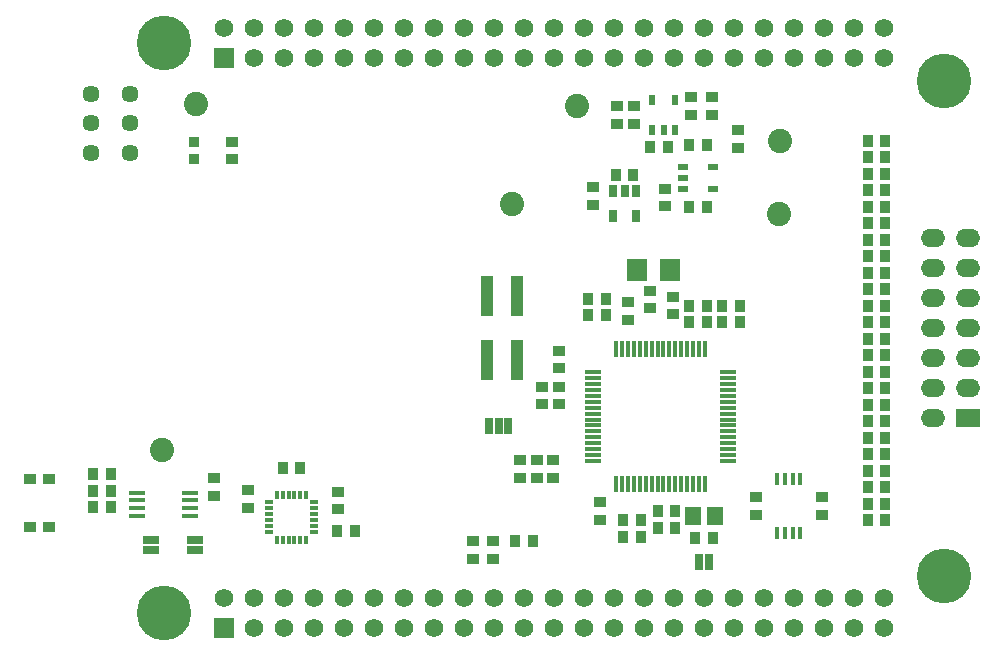
<source format=gts>
G04 (created by PCBNEW (2013-05-31 BZR 4019)-stable) date 6/26/2014 3:48:14 PM*
%MOIN*%
G04 Gerber Fmt 3.4, Leading zero omitted, Abs format*
%FSLAX34Y34*%
G01*
G70*
G90*
G04 APERTURE LIST*
%ADD10C,0.00590551*%
%ADD11R,0.022X0.032*%
%ADD12R,0.032X0.022*%
%ADD13R,0.0413701X0.0374331*%
%ADD14R,0.0532X0.0158*%
%ADD15R,0.0158X0.0532*%
%ADD16R,0.0532X0.061*%
%ADD17C,0.0807*%
%ADD18O,0.0807402X0.0610551*%
%ADD19R,0.0807402X0.0610551*%
%ADD20R,0.0421575X0.137827*%
%ADD21R,0.0118X0.0295*%
%ADD22R,0.0295X0.0118*%
%ADD23R,0.0256X0.0414*%
%ADD24R,0.0414X0.0374*%
%ADD25R,0.0374X0.0414*%
%ADD26R,0.065X0.073*%
%ADD27C,0.182*%
%ADD28R,0.067X0.067*%
%ADD29C,0.062*%
%ADD30R,0.052X0.018*%
%ADD31R,0.027X0.052*%
%ADD32R,0.052X0.027*%
%ADD33C,0.057*%
%ADD34R,0.0334X0.0334*%
%ADD35R,0.0181X0.0422*%
G04 APERTURE END LIST*
G54D10*
G54D11*
X-9675Y-1650D03*
X-8925Y-1650D03*
X-9675Y-650D03*
X-9300Y-1650D03*
X-8925Y-650D03*
G54D12*
X-8650Y-2875D03*
X-8650Y-3625D03*
X-7650Y-2875D03*
X-8650Y-3250D03*
X-7650Y-3625D03*
G54D13*
X-30414Y-14882D03*
X-29785Y-14882D03*
X-30414Y-13267D03*
X-29785Y-13267D03*
G54D14*
X-7136Y-12086D03*
X-7136Y-11889D03*
X-7136Y-11692D03*
X-7136Y-11495D03*
X-7136Y-11298D03*
X-7136Y-12676D03*
X-7136Y-12480D03*
X-7136Y-12283D03*
G54D15*
X-7924Y-8936D03*
X-8120Y-8936D03*
X-8317Y-8936D03*
X-8514Y-8936D03*
X-8711Y-8936D03*
X-8908Y-8936D03*
X-9105Y-8936D03*
X-9302Y-8936D03*
G54D14*
X-11664Y-9724D03*
X-11664Y-9920D03*
X-11664Y-10117D03*
X-11664Y-10314D03*
X-11664Y-10511D03*
X-11664Y-10708D03*
X-11664Y-10905D03*
X-11664Y-11102D03*
G54D15*
X-10876Y-13464D03*
X-10680Y-13464D03*
X-10483Y-13464D03*
X-10286Y-13464D03*
X-10089Y-13464D03*
X-9892Y-13464D03*
X-9695Y-13464D03*
X-9498Y-13464D03*
G54D14*
X-7136Y-11102D03*
X-7136Y-10905D03*
X-7136Y-10708D03*
G54D15*
X-9498Y-8936D03*
X-9695Y-8936D03*
X-9892Y-8936D03*
G54D14*
X-11664Y-11298D03*
X-11664Y-11495D03*
X-11664Y-11692D03*
G54D15*
X-9302Y-13464D03*
X-9105Y-13464D03*
X-8908Y-13464D03*
G54D14*
X-7136Y-10511D03*
X-7136Y-10314D03*
X-7136Y-10117D03*
X-7136Y-9920D03*
X-7136Y-9724D03*
G54D15*
X-10089Y-8936D03*
X-10286Y-8936D03*
X-10483Y-8936D03*
X-10680Y-8936D03*
X-10876Y-8936D03*
G54D14*
X-11664Y-11889D03*
X-11664Y-12086D03*
X-11664Y-12283D03*
X-11664Y-12480D03*
X-11664Y-12676D03*
G54D15*
X-8711Y-13464D03*
X-8514Y-13464D03*
X-8317Y-13464D03*
X-8120Y-13464D03*
X-7924Y-13464D03*
G54D16*
X-7575Y-14500D03*
X-8325Y-14500D03*
G54D17*
X-26025Y-12300D03*
G54D18*
X-333Y-5250D03*
X863Y-5250D03*
X863Y-6250D03*
X-333Y-6250D03*
X-333Y-7250D03*
X863Y-7250D03*
X863Y-8250D03*
X-333Y-8250D03*
X-333Y-9250D03*
X863Y-9250D03*
G54D19*
X863Y-11250D03*
G54D18*
X-333Y-11250D03*
X863Y-10250D03*
X-333Y-10250D03*
G54D17*
X-5450Y-4450D03*
G54D20*
X-14200Y-7177D03*
X-14200Y-9322D03*
X-15200Y-7177D03*
X-15200Y-9322D03*
G54D17*
X-12200Y-850D03*
G54D21*
X-22192Y-15298D03*
X-21995Y-15298D03*
X-21798Y-15298D03*
X-21602Y-15298D03*
X-21405Y-15298D03*
X-21208Y-15298D03*
G54D22*
X-20952Y-15042D03*
X-20952Y-14845D03*
X-20952Y-14648D03*
X-20952Y-14452D03*
X-20952Y-14255D03*
X-20952Y-14058D03*
G54D21*
X-21208Y-13802D03*
X-21405Y-13802D03*
X-21602Y-13802D03*
X-21798Y-13802D03*
X-21995Y-13802D03*
X-22192Y-13802D03*
G54D22*
X-22448Y-14058D03*
X-22448Y-14255D03*
X-22448Y-14452D03*
X-22448Y-14648D03*
X-22448Y-14845D03*
X-22448Y-15042D03*
G54D23*
X-10225Y-3684D03*
X-10975Y-3684D03*
X-10600Y-3684D03*
X-10975Y-4516D03*
X-10225Y-4516D03*
G54D24*
X-10300Y-854D03*
X-10300Y-1446D03*
G54D25*
X-7854Y-2150D03*
X-8446Y-2150D03*
G54D17*
X-5425Y-2000D03*
G54D26*
X-10175Y-6300D03*
X-9075Y-6300D03*
G54D24*
X-9000Y-7204D03*
X-9000Y-7796D03*
G54D17*
X-14350Y-4100D03*
X-24900Y-775D03*
G54D27*
X50Y-16500D03*
X-25950Y-17750D03*
X-25950Y1250D03*
X50Y0D03*
G54D28*
X-23950Y-18250D03*
G54D29*
X-23950Y-17250D03*
X-22950Y-18250D03*
X-22950Y-17250D03*
X-21950Y-18250D03*
X-21950Y-17250D03*
X-20950Y-18250D03*
X-20950Y-17250D03*
X-19950Y-18250D03*
X-19950Y-17250D03*
X-18950Y-18250D03*
X-18950Y-17250D03*
X-17950Y-18250D03*
X-17950Y-17250D03*
X-16950Y-18250D03*
X-16950Y-17250D03*
X-15950Y-18250D03*
X-15950Y-17250D03*
X-14950Y-18250D03*
X-14950Y-17250D03*
X-13950Y-18250D03*
X-13950Y-17250D03*
X-12950Y-18250D03*
X-12950Y-17250D03*
X-11950Y-18250D03*
X-11950Y-17250D03*
X-10950Y-18250D03*
X-10950Y-17250D03*
X-9950Y-18250D03*
X-9950Y-17250D03*
X-8950Y-18250D03*
X-8950Y-17250D03*
X-7950Y-18250D03*
X-7950Y-17250D03*
X-6950Y-18250D03*
X-6950Y-17250D03*
X-5950Y-18250D03*
X-5950Y-17250D03*
X-4950Y-18250D03*
X-4950Y-17250D03*
X-3950Y-18250D03*
X-3950Y-17250D03*
X-2950Y-18250D03*
X-2950Y-17250D03*
X-1950Y-18250D03*
X-1950Y-17250D03*
G54D28*
X-23950Y750D03*
G54D29*
X-23950Y1750D03*
X-22950Y750D03*
X-22950Y1750D03*
X-21950Y750D03*
X-21950Y1750D03*
X-20950Y750D03*
X-20950Y1750D03*
X-19950Y750D03*
X-19950Y1750D03*
X-18950Y750D03*
X-18950Y1750D03*
X-17950Y750D03*
X-17950Y1750D03*
X-16950Y750D03*
X-16950Y1750D03*
X-15950Y750D03*
X-15950Y1750D03*
X-14950Y750D03*
X-14950Y1750D03*
X-13950Y750D03*
X-13950Y1750D03*
X-12950Y750D03*
X-12950Y1750D03*
X-11950Y750D03*
X-11950Y1750D03*
X-10950Y750D03*
X-10950Y1750D03*
X-9950Y750D03*
X-9950Y1750D03*
X-8950Y750D03*
X-8950Y1750D03*
X-7950Y750D03*
X-7950Y1750D03*
X-6950Y750D03*
X-6950Y1750D03*
X-5950Y750D03*
X-5950Y1750D03*
X-4950Y750D03*
X-4950Y1750D03*
X-3950Y750D03*
X-3950Y1750D03*
X-2950Y750D03*
X-2950Y1750D03*
X-1950Y750D03*
X-1950Y1750D03*
G54D30*
X-26850Y-13740D03*
X-26850Y-13995D03*
X-26850Y-14255D03*
X-26850Y-14510D03*
X-25100Y-14510D03*
X-25100Y-14255D03*
X-25100Y-13995D03*
X-25100Y-13740D03*
G54D25*
X-8246Y-15250D03*
X-7654Y-15250D03*
X-21404Y-12900D03*
X-21996Y-12900D03*
G54D24*
X-6825Y-2246D03*
X-6825Y-1654D03*
X-8400Y-554D03*
X-8400Y-1146D03*
G54D25*
X-10054Y-14650D03*
X-10646Y-14650D03*
X-7854Y-4200D03*
X-8446Y-4200D03*
G54D24*
X-10850Y-854D03*
X-10850Y-1446D03*
G54D25*
X-9746Y-2200D03*
X-9154Y-2200D03*
G54D24*
X-9250Y-3604D03*
X-9250Y-4196D03*
X-11650Y-4146D03*
X-11650Y-3554D03*
G54D25*
X-10304Y-3150D03*
X-10896Y-3150D03*
X-2496Y-13550D03*
X-1904Y-13550D03*
X-2496Y-12450D03*
X-1904Y-12450D03*
X-2496Y-11350D03*
X-1904Y-11350D03*
X-2496Y-10250D03*
X-1904Y-10250D03*
X-2496Y-8050D03*
X-1904Y-8050D03*
X-2496Y-6950D03*
X-1904Y-6950D03*
X-2496Y-5300D03*
X-1904Y-5300D03*
X-2496Y-9150D03*
X-1904Y-9150D03*
X-9496Y-14350D03*
X-8904Y-14350D03*
X-7346Y-7500D03*
X-6754Y-7500D03*
X-7854Y-7500D03*
X-8446Y-7500D03*
G54D24*
X-7700Y-554D03*
X-7700Y-1146D03*
X-9750Y-7596D03*
X-9750Y-7004D03*
G54D25*
X-2496Y-2550D03*
X-1904Y-2550D03*
G54D24*
X-12800Y-10204D03*
X-12800Y-10796D03*
X-6225Y-13879D03*
X-6225Y-14471D03*
G54D25*
X-7346Y-8050D03*
X-6754Y-8050D03*
X-9496Y-14900D03*
X-8904Y-14900D03*
X-7854Y-8050D03*
X-8446Y-8050D03*
X-20171Y-15000D03*
X-19579Y-15000D03*
G54D24*
X-23150Y-14246D03*
X-23150Y-13654D03*
G54D25*
X-2496Y-4750D03*
X-1904Y-4750D03*
G54D24*
X-20150Y-14296D03*
X-20150Y-13704D03*
G54D25*
X-10054Y-15200D03*
X-10646Y-15200D03*
G54D24*
X-11425Y-14646D03*
X-11425Y-14054D03*
G54D25*
X-2496Y-3100D03*
X-1904Y-3100D03*
G54D24*
X-10475Y-7971D03*
X-10475Y-7379D03*
X-4025Y-14471D03*
X-4025Y-13879D03*
G54D25*
X-1904Y-14650D03*
X-2496Y-14650D03*
X-1904Y-3650D03*
X-2496Y-3650D03*
X-1904Y-10800D03*
X-2496Y-10800D03*
X-1904Y-4200D03*
X-2496Y-4200D03*
X-1904Y-5850D03*
X-2496Y-5850D03*
X-1904Y-6400D03*
X-2496Y-6400D03*
X-1904Y-7500D03*
X-2496Y-7500D03*
X-1904Y-8600D03*
X-2496Y-8600D03*
X-1904Y-9700D03*
X-2496Y-9700D03*
X-1904Y-13000D03*
X-2496Y-13000D03*
X-1904Y-14100D03*
X-2496Y-14100D03*
X-1904Y-11900D03*
X-2496Y-11900D03*
G54D24*
X-14075Y-12654D03*
X-14075Y-13246D03*
X-15650Y-15354D03*
X-15650Y-15946D03*
X-15000Y-15354D03*
X-15000Y-15946D03*
X-24300Y-13254D03*
X-24300Y-13846D03*
G54D25*
X-28321Y-13675D03*
X-27729Y-13675D03*
X-28321Y-13125D03*
X-27729Y-13125D03*
X-28321Y-14225D03*
X-27729Y-14225D03*
X-14246Y-15350D03*
X-13654Y-15350D03*
G54D24*
X-13350Y-10204D03*
X-13350Y-10796D03*
G54D25*
X-1904Y-2000D03*
X-2496Y-2000D03*
G54D24*
X-12800Y-9596D03*
X-12800Y-9004D03*
X-12975Y-12654D03*
X-12975Y-13246D03*
X-13525Y-12654D03*
X-13525Y-13246D03*
G54D31*
X-15120Y-11500D03*
X-14800Y-11500D03*
X-14480Y-11500D03*
X-8127Y-16050D03*
X-7773Y-16050D03*
G54D32*
X-26400Y-15318D03*
X-26400Y-15637D03*
X-24925Y-15318D03*
X-24925Y-15637D03*
G54D33*
X-27100Y-440D03*
X-27100Y-1425D03*
X-27100Y-2409D03*
X-28399Y-440D03*
X-28399Y-1425D03*
X-28399Y-2409D03*
G54D25*
X-11821Y-7825D03*
X-11229Y-7825D03*
X-11821Y-7275D03*
X-11229Y-7275D03*
G54D24*
X-23680Y-2034D03*
X-23680Y-2626D03*
G54D34*
X-24960Y-2625D03*
X-24960Y-2035D03*
G54D35*
X-5509Y-15081D03*
X-5253Y-15081D03*
X-4997Y-15081D03*
X-4741Y-15081D03*
X-4741Y-13269D03*
X-4997Y-13269D03*
X-5253Y-13269D03*
X-5509Y-13269D03*
M02*

</source>
